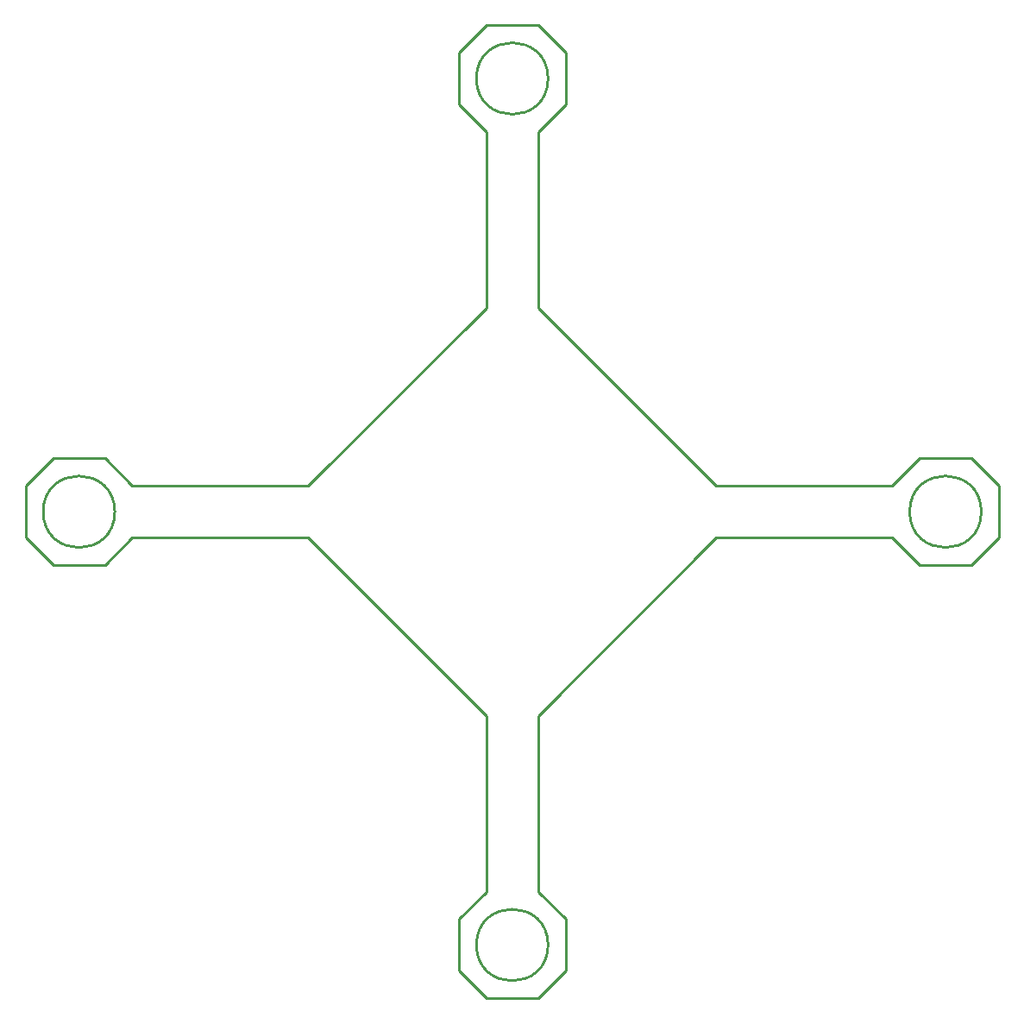
<source format=gm1>
G04 #@! TF.GenerationSoftware,KiCad,Pcbnew,(5.1.6)-1*
G04 #@! TF.CreationDate,2020-05-29T12:24:41+03:00*
G04 #@! TF.ProjectId,QuadV100,51756164-5631-4303-902e-6b696361645f,rev?*
G04 #@! TF.SameCoordinates,PX5b0b1acPY39a3b04*
G04 #@! TF.FileFunction,Profile,NP*
%FSLAX46Y46*%
G04 Gerber Fmt 4.6, Leading zero omitted, Abs format (unit mm)*
G04 Created by KiCad (PCBNEW (5.1.6)-1) date 2020-05-29 12:24:41*
%MOMM*%
%LPD*%
G01*
G04 APERTURE LIST*
G04 #@! TA.AperFunction,Profile*
%ADD10C,0.254000*%
G04 #@! TD*
G04 APERTURE END LIST*
D10*
X95097600Y20548598D02*
X95097600Y15468601D01*
X97790001Y23240999D02*
X95097600Y20548598D01*
X105562399Y20548599D02*
X102869998Y23241000D01*
X102869999Y12776201D02*
X105562400Y15468602D01*
X103845200Y18008600D02*
G75*
G03*
X103845200Y18008600I-3515200J0D01*
G01*
X102869998Y23241000D02*
X97790001Y23241000D01*
X105562399Y20548599D02*
X105562399Y15468602D01*
X95097601Y15468601D02*
X97790002Y12776200D01*
X145389598Y-19278600D02*
X140309601Y-19278600D01*
X148081999Y-21971001D02*
X145389598Y-19278600D01*
X145389599Y-29743399D02*
X148082000Y-27050998D01*
X137617201Y-27050999D02*
X140309602Y-29743400D01*
X146364800Y-24511000D02*
G75*
G03*
X146364800Y-24511000I-3515200J0D01*
G01*
X148082000Y-27050998D02*
X148082000Y-21971001D01*
X145389599Y-29743399D02*
X140309602Y-29743399D01*
X140309601Y-19278601D02*
X137617200Y-21971002D01*
X105562400Y-69570598D02*
X105562400Y-64490601D01*
X102869999Y-72262999D02*
X105562400Y-69570598D01*
X95097601Y-69570599D02*
X97790002Y-72263000D01*
X97790001Y-61798201D02*
X95097600Y-64490602D01*
X103845200Y-67030600D02*
G75*
G03*
X103845200Y-67030600I-3515200J0D01*
G01*
X97790002Y-72263000D02*
X102869999Y-72263000D01*
X95097601Y-69570599D02*
X95097601Y-64490602D01*
X105562399Y-64490601D02*
X102869998Y-61798200D01*
X55270402Y-29743400D02*
X60350399Y-29743400D01*
X52578000Y-21971002D02*
X52578000Y-27050999D01*
X55270401Y-19278601D02*
X60350398Y-19278601D01*
X60350399Y-29743399D02*
X63042800Y-27050998D01*
X52578001Y-27050999D02*
X55270402Y-29743400D01*
X55270401Y-19278601D02*
X52578000Y-21971002D01*
X63042799Y-21971001D02*
X60350398Y-19278600D01*
X97790000Y12776201D02*
X97790000Y-4495800D01*
X102869999Y12776201D02*
X102869999Y-4495800D01*
X137617201Y-21971000D02*
X120345200Y-21971000D01*
X137617201Y-27050999D02*
X120345200Y-27050999D01*
X102870000Y-61798201D02*
X102870000Y-44526200D01*
X97790001Y-61798201D02*
X97790001Y-44526200D01*
X63042799Y-21971001D02*
X80314800Y-21971001D01*
X63042799Y-27051000D02*
X80314800Y-27051000D01*
X102870000Y-4495800D02*
X120345200Y-21971000D01*
X120345200Y-27051000D02*
X102870000Y-44526200D01*
X97790000Y-44526200D02*
X80314800Y-27051000D01*
X80314800Y-21971000D02*
X97790000Y-4495800D01*
X61325600Y-24511000D02*
G75*
G03*
X61325600Y-24511000I-3515200J0D01*
G01*
M02*

</source>
